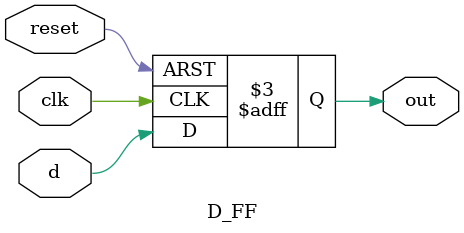
<source format=v>
module D_FF(d,clk,reset,out);
input d,clk,reset;  
output out;
reg out;

always @(posedge clk or negedge reset) begin
if(reset == 1'b0) begin
	out = 1'b0;
	end
	else begin
	out = d;
	end
end
endmodule
</source>
